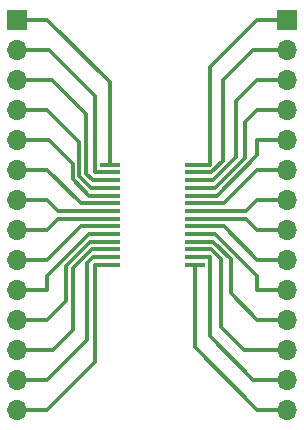
<source format=gbr>
%TF.GenerationSoftware,KiCad,Pcbnew,5.1.4-3.fc31*%
%TF.CreationDate,2019-11-27T18:40:14+01:00*%
%TF.ProjectId,SSOP-28_5.3x10.2mm_P0.65,53534f50-2d32-4385-9f35-2e337831302e,1.0*%
%TF.SameCoordinates,PX791ddc0PY6350ce0*%
%TF.FileFunction,Copper,L1,Top*%
%TF.FilePolarity,Positive*%
%FSLAX46Y46*%
G04 Gerber Fmt 4.6, Leading zero omitted, Abs format (unit mm)*
G04 Created by KiCad (PCBNEW 5.1.4-3.fc31) date 2019-11-27 18:40:14*
%MOMM*%
%LPD*%
G04 APERTURE LIST*
%TA.AperFunction,ComponentPad*%
%ADD10R,1.700000X1.700000*%
%TD*%
%TA.AperFunction,ComponentPad*%
%ADD11O,1.700000X1.700000*%
%TD*%
%TA.AperFunction,SMDPad,CuDef*%
%ADD12R,1.750000X0.450000*%
%TD*%
%TA.AperFunction,Conductor*%
%ADD13C,0.350000*%
%TD*%
G04 APERTURE END LIST*
D10*
%TO.P,J1,1*%
%TO.N,Net-(J1-Pad1)*%
X2540000Y35560000D03*
D11*
%TO.P,J1,2*%
%TO.N,Net-(J1-Pad2)*%
X2540000Y33020000D03*
%TO.P,J1,3*%
%TO.N,Net-(J1-Pad3)*%
X2540000Y30480000D03*
%TO.P,J1,4*%
%TO.N,Net-(J1-Pad4)*%
X2540000Y27940000D03*
%TO.P,J1,5*%
%TO.N,Net-(J1-Pad5)*%
X2540000Y25400000D03*
%TO.P,J1,6*%
%TO.N,Net-(J1-Pad6)*%
X2540000Y22860000D03*
%TO.P,J1,7*%
%TO.N,Net-(J1-Pad7)*%
X2540000Y20320000D03*
%TO.P,J1,8*%
%TO.N,Net-(J1-Pad8)*%
X2540000Y17780000D03*
%TO.P,J1,9*%
%TO.N,Net-(J1-Pad9)*%
X2540000Y15240000D03*
%TO.P,J1,10*%
%TO.N,Net-(J1-Pad10)*%
X2540000Y12700000D03*
%TO.P,J1,11*%
%TO.N,Net-(J1-Pad11)*%
X2540000Y10160000D03*
%TO.P,J1,12*%
%TO.N,Net-(J1-Pad12)*%
X2540000Y7620000D03*
%TO.P,J1,13*%
%TO.N,Net-(J1-Pad13)*%
X2540000Y5080000D03*
%TO.P,J1,14*%
%TO.N,Net-(J1-Pad14)*%
X2540000Y2540000D03*
%TD*%
%TO.P,J2,14*%
%TO.N,Net-(J2-Pad14)*%
X25400000Y2540000D03*
%TO.P,J2,13*%
%TO.N,Net-(J2-Pad13)*%
X25400000Y5080000D03*
%TO.P,J2,12*%
%TO.N,Net-(J2-Pad12)*%
X25400000Y7620000D03*
%TO.P,J2,11*%
%TO.N,Net-(J2-Pad11)*%
X25400000Y10160000D03*
%TO.P,J2,10*%
%TO.N,Net-(J2-Pad10)*%
X25400000Y12700000D03*
%TO.P,J2,9*%
%TO.N,Net-(J2-Pad9)*%
X25400000Y15240000D03*
%TO.P,J2,8*%
%TO.N,Net-(J2-Pad8)*%
X25400000Y17780000D03*
%TO.P,J2,7*%
%TO.N,Net-(J2-Pad7)*%
X25400000Y20320000D03*
%TO.P,J2,6*%
%TO.N,Net-(J2-Pad6)*%
X25400000Y22860000D03*
%TO.P,J2,5*%
%TO.N,Net-(J2-Pad5)*%
X25400000Y25400000D03*
%TO.P,J2,4*%
%TO.N,Net-(J2-Pad4)*%
X25400000Y27940000D03*
%TO.P,J2,3*%
%TO.N,Net-(J2-Pad3)*%
X25400000Y30480000D03*
%TO.P,J2,2*%
%TO.N,Net-(J2-Pad2)*%
X25400000Y33020000D03*
D10*
%TO.P,J2,1*%
%TO.N,Net-(J2-Pad1)*%
X25400000Y35560000D03*
%TD*%
D12*
%TO.P,U1,1*%
%TO.N,Net-(J1-Pad1)*%
X10370000Y23275000D03*
%TO.P,U1,2*%
%TO.N,Net-(J1-Pad2)*%
X10370000Y22625000D03*
%TO.P,U1,3*%
%TO.N,Net-(J1-Pad3)*%
X10370000Y21975000D03*
%TO.P,U1,4*%
%TO.N,Net-(J1-Pad4)*%
X10370000Y21325000D03*
%TO.P,U1,5*%
%TO.N,Net-(J1-Pad5)*%
X10370000Y20675000D03*
%TO.P,U1,6*%
%TO.N,Net-(J1-Pad6)*%
X10370000Y20025000D03*
%TO.P,U1,7*%
%TO.N,Net-(J1-Pad7)*%
X10370000Y19375000D03*
%TO.P,U1,8*%
%TO.N,Net-(J1-Pad8)*%
X10370000Y18725000D03*
%TO.P,U1,9*%
%TO.N,Net-(J1-Pad9)*%
X10370000Y18075000D03*
%TO.P,U1,10*%
%TO.N,Net-(J1-Pad10)*%
X10370000Y17425000D03*
%TO.P,U1,11*%
%TO.N,Net-(J1-Pad11)*%
X10370000Y16775000D03*
%TO.P,U1,12*%
%TO.N,Net-(J1-Pad12)*%
X10370000Y16125000D03*
%TO.P,U1,13*%
%TO.N,Net-(J1-Pad13)*%
X10370000Y15475000D03*
%TO.P,U1,14*%
%TO.N,Net-(J1-Pad14)*%
X10370000Y14825000D03*
%TO.P,U1,15*%
%TO.N,Net-(J2-Pad14)*%
X17570000Y14825000D03*
%TO.P,U1,16*%
%TO.N,Net-(J2-Pad13)*%
X17570000Y15475000D03*
%TO.P,U1,17*%
%TO.N,Net-(J2-Pad12)*%
X17570000Y16125000D03*
%TO.P,U1,18*%
%TO.N,Net-(J2-Pad11)*%
X17570000Y16775000D03*
%TO.P,U1,19*%
%TO.N,Net-(J2-Pad10)*%
X17570000Y17425000D03*
%TO.P,U1,20*%
%TO.N,Net-(J2-Pad9)*%
X17570000Y18075000D03*
%TO.P,U1,21*%
%TO.N,Net-(J2-Pad8)*%
X17570000Y18725000D03*
%TO.P,U1,22*%
%TO.N,Net-(J2-Pad7)*%
X17570000Y19375000D03*
%TO.P,U1,23*%
%TO.N,Net-(J2-Pad6)*%
X17570000Y20025000D03*
%TO.P,U1,24*%
%TO.N,Net-(J2-Pad5)*%
X17570000Y20675000D03*
%TO.P,U1,25*%
%TO.N,Net-(J2-Pad4)*%
X17570000Y21325000D03*
%TO.P,U1,26*%
%TO.N,Net-(J2-Pad3)*%
X17570000Y21975000D03*
%TO.P,U1,27*%
%TO.N,Net-(J2-Pad2)*%
X17570000Y22625000D03*
%TO.P,U1,28*%
%TO.N,Net-(J2-Pad1)*%
X17570000Y23275000D03*
%TD*%
D13*
%TO.N,Net-(J1-Pad1)*%
X10370000Y23275000D02*
X10370000Y30270000D01*
X10370000Y30270000D02*
X5080000Y35560000D01*
X2540000Y35560000D02*
X5080000Y35560000D01*
%TO.N,Net-(J1-Pad2)*%
X9119700Y22625000D02*
X10370000Y22625000D01*
X2540000Y33020000D02*
X5207000Y33020000D01*
X9119700Y29107300D02*
X9119700Y22625000D01*
X5207000Y33020000D02*
X9119700Y29107300D01*
%TO.N,Net-(J1-Pad3)*%
X8928500Y21975000D02*
X10370000Y21975000D01*
X8393900Y27547100D02*
X8393900Y22509600D01*
X2540000Y30480000D02*
X5461000Y30480000D01*
X8393900Y22509600D02*
X8928500Y21975000D01*
X5461000Y30480000D02*
X8393900Y27547100D01*
%TO.N,Net-(J1-Pad4)*%
X5080000Y27940000D02*
X7797100Y25222900D01*
X7797100Y25222900D02*
X7797100Y22316000D01*
X7797100Y22316000D02*
X8788100Y21325000D01*
X8788100Y21325000D02*
X10370000Y21325000D01*
X2540000Y27940000D02*
X5080000Y27940000D01*
%TO.N,Net-(J1-Pad5)*%
X9119700Y20675000D02*
X10370000Y20675000D01*
X5207000Y25400000D02*
X7247090Y23359910D01*
X8638000Y20675000D02*
X9119700Y20675000D01*
X7247090Y23359910D02*
X7247090Y22065910D01*
X2540000Y25400000D02*
X5207000Y25400000D01*
X7247090Y22065910D02*
X8638000Y20675000D01*
%TO.N,Net-(J1-Pad6)*%
X5080000Y22860000D02*
X7915000Y20025000D01*
X7915000Y20025000D02*
X10370000Y20025000D01*
X2540000Y22860000D02*
X5080000Y22860000D01*
%TO.N,Net-(J1-Pad7)*%
X5080000Y20320000D02*
X6025000Y19375000D01*
X6025000Y19375000D02*
X10370000Y19375000D01*
X2540000Y20320000D02*
X5080000Y20320000D01*
%TO.N,Net-(J1-Pad8)*%
X5080000Y17780000D02*
X6025000Y18725000D01*
X6025000Y18725000D02*
X10370000Y18725000D01*
X2540000Y17780000D02*
X5080000Y17780000D01*
%TO.N,Net-(J1-Pad9)*%
X5080000Y15240000D02*
X7915000Y18075000D01*
X7915000Y18075000D02*
X10370000Y18075000D01*
X2540000Y15240000D02*
X5080000Y15240000D01*
%TO.N,Net-(J1-Pad10)*%
X10370000Y17425000D02*
X8592400Y17425000D01*
X2540000Y12700000D02*
X5080000Y12700000D01*
X5080000Y13902330D02*
X8592400Y17414730D01*
X8592400Y17414730D02*
X8592400Y17425000D01*
X5080000Y12700000D02*
X5080000Y13902330D01*
%TO.N,Net-(J1-Pad11)*%
X4285100Y10160000D02*
X2540000Y10160000D01*
X8730500Y16775000D02*
X6682700Y14727200D01*
X10370000Y16775000D02*
X8730500Y16775000D01*
X6682700Y11762700D02*
X5080000Y10160000D01*
X6682700Y14727200D02*
X6682700Y11762700D01*
X5080000Y10160000D02*
X4285100Y10160000D01*
%TO.N,Net-(J1-Pad12)*%
X7233000Y9265000D02*
X7233000Y14499200D01*
X7233000Y14499200D02*
X8858800Y16125000D01*
X2540000Y7620000D02*
X5588000Y7620000D01*
X8858800Y16125000D02*
X10370000Y16125000D01*
X5588000Y7620000D02*
X7233000Y9265000D01*
%TO.N,Net-(J1-Pad13)*%
X8989300Y15475000D02*
X8475600Y14961300D01*
X8475600Y14961300D02*
X8475600Y8475600D01*
X4285100Y5080000D02*
X2540000Y5080000D01*
X10370000Y15475000D02*
X8989300Y15475000D01*
X8475600Y8475600D02*
X5080000Y5080000D01*
X5080000Y5080000D02*
X4285100Y5080000D01*
%TO.N,Net-(J1-Pad14)*%
X10370000Y14825000D02*
X9119700Y14825000D01*
X5080000Y2540000D02*
X9119700Y6579700D01*
X9119700Y6579700D02*
X9119700Y14825000D01*
X2540000Y2540000D02*
X5080000Y2540000D01*
%TO.N,Net-(J2-Pad14)*%
X22860000Y2540000D02*
X17570000Y7830000D01*
X17570000Y7830000D02*
X17570000Y14825000D01*
X25400000Y2540000D02*
X22860000Y2540000D01*
%TO.N,Net-(J2-Pad13)*%
X18820300Y15475000D02*
X17570000Y15475000D01*
X18820300Y8738700D02*
X18820300Y15475000D01*
X25400000Y5080000D02*
X22479000Y5080000D01*
X22479000Y5080000D02*
X18820300Y8738700D01*
%TO.N,Net-(J2-Pad12)*%
X18977800Y16125000D02*
X17570000Y16125000D01*
X19782700Y15320100D02*
X18977800Y16125000D01*
X25400000Y7620000D02*
X21717000Y7620000D01*
X19782700Y9554300D02*
X19782700Y15320100D01*
X21717000Y7620000D02*
X19782700Y9554300D01*
%TO.N,Net-(J2-Pad11)*%
X22860000Y10160000D02*
X20608100Y12411900D01*
X20608100Y12411900D02*
X20608100Y15302400D01*
X20608100Y15302400D02*
X19135500Y16775000D01*
X19135500Y16775000D02*
X17570000Y16775000D01*
X25400000Y10160000D02*
X22860000Y10160000D01*
%TO.N,Net-(J2-Pad10)*%
X22860000Y12700000D02*
X22860000Y13863900D01*
X22860000Y13863900D02*
X19298900Y17425000D01*
X19298900Y17425000D02*
X18820300Y17425000D01*
X17570000Y17425000D02*
X18820300Y17425000D01*
X25400000Y12700000D02*
X22860000Y12700000D01*
%TO.N,Net-(J2-Pad9)*%
X22860000Y15240000D02*
X20025000Y18075000D01*
X20025000Y18075000D02*
X17570000Y18075000D01*
X25400000Y15240000D02*
X22860000Y15240000D01*
%TO.N,Net-(J2-Pad8)*%
X22860000Y17780000D02*
X21915000Y18725000D01*
X21915000Y18725000D02*
X17570000Y18725000D01*
X25400000Y17780000D02*
X22860000Y17780000D01*
%TO.N,Net-(J2-Pad7)*%
X22860000Y20320000D02*
X21915000Y19375000D01*
X21915000Y19375000D02*
X17570000Y19375000D01*
X25400000Y20320000D02*
X22860000Y20320000D01*
%TO.N,Net-(J2-Pad6)*%
X22860000Y22860000D02*
X20025000Y20025000D01*
X20025000Y20025000D02*
X17570000Y20025000D01*
X25400000Y22860000D02*
X22860000Y22860000D01*
%TO.N,Net-(J2-Pad5)*%
X19428100Y20675000D02*
X17570000Y20675000D01*
X25400000Y25400000D02*
X22860000Y25400000D01*
X22860000Y24106900D02*
X19428100Y20675000D01*
X22860000Y25400000D02*
X22860000Y24106900D01*
%TO.N,Net-(J2-Pad4)*%
X18820300Y21325000D02*
X19256600Y21325000D01*
X19256600Y21325000D02*
X21799100Y23867500D01*
X21799100Y23867500D02*
X21799100Y26879100D01*
X21799100Y26879100D02*
X22860000Y27940000D01*
X17570000Y21325000D02*
X18820300Y21325000D01*
X25400000Y27940000D02*
X22860000Y27940000D01*
%TO.N,Net-(J2-Pad3)*%
X22860100Y30480000D02*
X21054400Y28674300D01*
X21054400Y28674300D02*
X21054400Y23948200D01*
X21054400Y23948200D02*
X19081200Y21975000D01*
X19081200Y21975000D02*
X17570000Y21975000D01*
X22860100Y30480000D02*
X22860000Y30480000D01*
X25400000Y30480000D02*
X22860100Y30480000D01*
%TO.N,Net-(J2-Pad2)*%
X19954300Y30495300D02*
X19954300Y23628600D01*
X25400000Y33020000D02*
X22479000Y33020000D01*
X18950700Y22625000D02*
X17570000Y22625000D01*
X19954300Y23628600D02*
X18950700Y22625000D01*
X22479000Y33020000D02*
X19954300Y30495300D01*
%TO.N,Net-(J2-Pad1)*%
X17570000Y23275000D02*
X18820300Y23275000D01*
X22860000Y35560000D02*
X18820300Y31520300D01*
X18820300Y31520300D02*
X18820300Y23275000D01*
X25400000Y35560000D02*
X22860000Y35560000D01*
%TD*%
M02*

</source>
